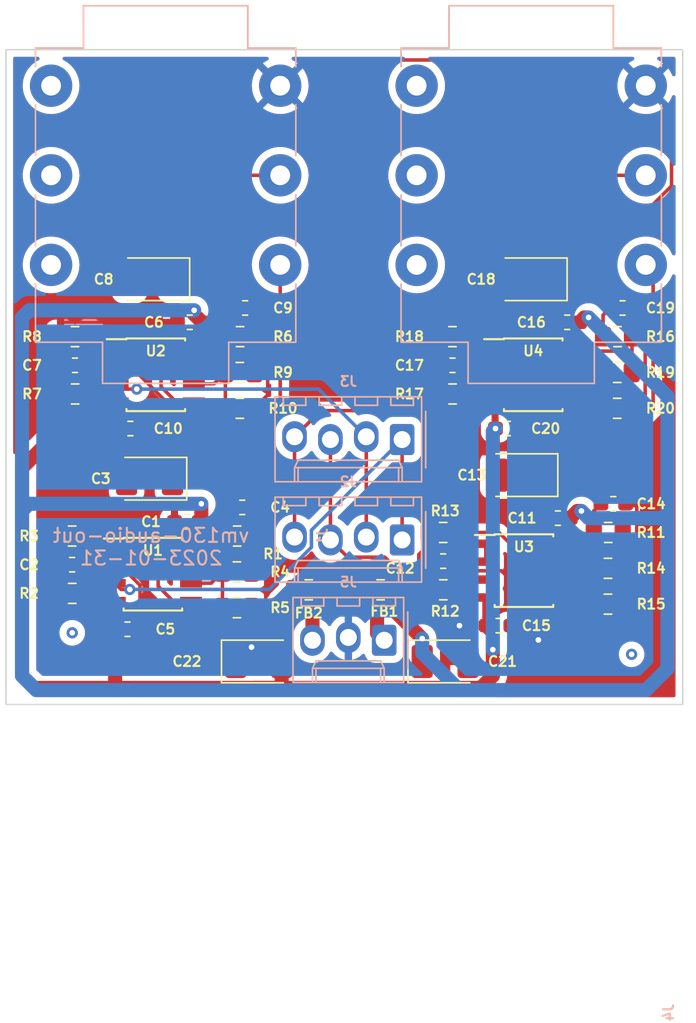
<source format=kicad_pcb>
(kicad_pcb (version 20211014) (generator pcbnew)
  (layers (0 "F.Cu" signal) (31 "B.Cu" signal) (34 "B.Paste" user) (35 "F.Paste" user) (36 "B.SilkS" user "B.Silkscreen") (37 "F.SilkS" user "F.Silkscreen") (38 "B.Mask" user) (39 "F.Mask" user) (44 "Edge.Cuts" user))
  (net 0 "")
  (net 1 "GND")
  (net 2 "+5V")
  (net 3 "Net-(C2-Pad1)")
  (net 4 "Net-(C2-Pad2)")
  (net 5 "Net-(C3-Pad1)")
  (net 6 "/channel/out")
  (net 7 "-5V")
  (net 8 "Net-(R1-Pad1)")
  (net 9 "Net-(R4-Pad1)")
  (net 10 "Net-(C7-Pad1)")
  (net 11 "Net-(C7-Pad2)")
  (net 12 "Net-(C8-Pad1)")
  (net 13 "/channel1/out")
  (net 14 "Net-(C12-Pad1)")
  (net 15 "Net-(C12-Pad2)")
  (net 16 "Net-(C13-Pad1)")
  (net 17 "/channel2/out")
  (net 18 "Net-(C17-Pad1)")
  (net 19 "Net-(C17-Pad2)")
  (net 20 "Net-(C18-Pad1)")
  (net 21 "/channel3/out")
  (net 22 "Net-(R6-Pad1)")
  (net 23 "Net-(R10-Pad1)")
  (net 24 "Net-(R11-Pad1)")
  (net 25 "Net-(R14-Pad1)")
  (net 26 "Net-(R16-Pad1)")
  (net 27 "Net-(R19-Pad1)")
  (net 28 "Net-(FB1-Pad1)")
  (net 29 "Net-(FB2-Pad1)")
  (net 33 "/in-d")
  (net 34 "/in-c")
  (net 35 "/in-b")
  (net 36 "/in-a")
  (footprint "synkie_footprints:C_0603_1608Metric_Pad1.05x0.95mm_HandSolder" (layer "F.Cu") (at 75.8885 80.608 180)
    (fp_text reference "C7")
    (fp_text value "1u")
  )
  (footprint "synkie_footprints:C_0805_2012Metric_Pad1.15x1.40mm_HandSolder" (layer "F.Cu") (at 87.5815 78.576 180)
    (fp_text reference "R6")
    (fp_text value "75")
  )
  (footprint "synkie_footprints:C_0805_2012Metric_Pad1.15x1.40mm_HandSolder" (layer "F.Cu") (at 87.37648 92.71 180)
    (fp_text reference locked "R1")
    (fp_text value "75")
  )
  (footprint "synkie_footprints:CP_EIA-3528-21_Kemet-B_Pad1.50x2.35mm_HandSolder" (layer "F.Cu") (at 108.112 74.512 180)
    (fp_text reference "C18")
    (fp_text value "100u")
  )
  (footprint "synkie_footprints:CP_EIA-3528-21_Kemet-B_Pad1.50x2.35mm_HandSolder" (layer "F.Cu") (at 102.108 101.6)
    (fp_text reference "C21")
    (fp_text value "CP")
  )
  (footprint "synkie_footprints:SOIC-8_3.9x4.9mm_P1.27mm" (layer "F.Cu") (at 81.40548 95.414)
    (fp_text reference "U1")
    (fp_text value "Opamp_Dual_Generic")
  )
  (footprint "synkie_footprints:C_0805_2012Metric_Pad1.15x1.40mm_HandSolder" (layer "F.Cu") (at 113.642 94.996)
    (fp_text reference "R14")
    (fp_text value "500")
  )
  (footprint "synkie_footprints:C_0805_2012Metric_Pad1.15x1.40mm_HandSolder" (layer "F.Cu") (at 87.35848 97.79)
    (fp_text reference "R5")
    (fp_text value "500")
  )
  (footprint "synkie_footprints:C_0805_2012Metric_Pad1.15x1.40mm_HandSolder" (layer "F.Cu") (at 87.5635 83.656)
    (fp_text reference "R10")
    (fp_text value "500")
  )
  (footprint "synkie_footprints:C_0603_1608Metric_Pad1.05x0.95mm_HandSolder" (layer "F.Cu") (at 83.81148 91.694)
    (fp_text reference "C1")
    (fp_text value "100n")
  )
  (footprint "synkie_footprints:C_0603_1608Metric_Pad1.05x0.95mm_HandSolder" (layer "F.Cu") (at 87.73448 90.678 180)
    (fp_text reference "C4")
    (fp_text value "100n")
  )
  (footprint "synkie_footprints:C_0805_2012Metric_Pad1.15x1.40mm_HandSolder" (layer "F.Cu") (at 102.634 82.64 180)
    (fp_text reference "R17")
    (fp_text value "47k")
  )
  (footprint "synkie_footprints:C_0603_1608Metric_Pad1.05x0.95mm_HandSolder" (layer "F.Cu") (at 84.0165 77.56)
    (fp_text reference "C6")
    (fp_text value "100n")
  )
  (footprint "synkie_footprints:C_0805_2012Metric_Pad1.15x1.40mm_HandSolder" (layer "F.Cu") (at 113.642 97.536)
    (fp_text reference "R15")
    (fp_text value "500")
  )
  (footprint "synkie_footprints:C_0805_2012Metric_Pad1.15x1.40mm_HandSolder" (layer "F.Cu") (at 113.66 92.456 180)
    (fp_text reference "R11")
    (fp_text value "75")
  )
  (footprint "synkie_footprints:CP_EIA-3528-21_Kemet-B_Pad1.50x2.35mm_HandSolder" (layer "F.Cu") (at 88.9 101.6)
    (fp_text reference "C22")
    (fp_text value "CP")
  )
  (footprint "synkie_footprints:C_0603_1608Metric_Pad1.05x0.95mm_HandSolder" (layer "F.Cu") (at 106.548 85.09 180)
    (fp_text reference "C20")
    (fp_text value "100n")
  )
  (footprint "synkie_footprints:SOIC-8_3.9x4.9mm_P1.27mm" (layer "F.Cu") (at 107.689 95.16)
    (fp_text reference "U3")
    (fp_text value "Opamp_Dual_Generic")
  )
  (footprint "synkie_footprints:C_0603_1608Metric_Pad1.05x0.95mm_HandSolder" (layer "F.Cu") (at 110.095 91.44)
    (fp_text reference "C11")
    (fp_text value "100n")
  )
  (footprint "synkie_footprints:C_0805_2012Metric_Pad1.15x1.40mm_HandSolder" (layer "F.Cu") (at 114.3 83.656)
    (fp_text reference "R20")
    (fp_text value "500")
  )
  (footprint "synkie_footprints:C_0603_1608Metric_Pad1.05x0.95mm_HandSolder" (layer "F.Cu") (at 110.753 77.56)
    (fp_text reference "C16")
    (fp_text value "100n")
  )
  (footprint "synkie_footprints:C_0805_2012Metric_Pad1.15x1.40mm_HandSolder" (layer "F.Cu") (at 75.68348 92.71 180)
    (fp_text reference "R3")
    (fp_text value "10k")
  )
  (footprint "synkie_footprints:C_0603_1608Metric_Pad1.05x0.95mm_HandSolder" (layer "F.Cu") (at 87.9395 76.544 180)
    (fp_text reference "C9")
    (fp_text value "100n")
  )
  (footprint "synkie_footprints:C_0805_2012Metric_Pad1.15x1.40mm_HandSolder" (layer "F.Cu") (at 87.35848 95.25)
    (fp_text reference "R4")
    (fp_text value "500")
  )
  (footprint "synkie_footprints:C_0603_1608Metric_Pad1.05x0.95mm_HandSolder" (layer "F.Cu") (at 79.8115 85.09 180)
    (fp_text reference "C10")
    (fp_text value "100n")
  )
  (footprint "synkie_footprints:C_0603_1608Metric_Pad1.05x0.95mm_HandSolder" (layer "F.Cu") (at 75.68348 94.742 180)
    (fp_text reference "C2")
    (fp_text value "1u")
  )
  (footprint "synkie_footprints:C_0603_1608Metric_Pad1.05x0.95mm_HandSolder" (layer "F.Cu") (at 102.625 80.608 180)
    (fp_text reference "C17")
    (fp_text value "1u")
  )
  (footprint "synkie_footprints:C_0805_2012Metric_Pad1.15x1.40mm_HandSolder" (layer "F.Cu") (at 102.625 78.576 180)
    (fp_text reference "R18")
    (fp_text value "10k")
  )
  (footprint "synkie_footprints:SOIC-8_3.9x4.9mm_P1.27mm" (layer "F.Cu") (at 81.6105 81.28)
    (fp_text reference "U2")
    (fp_text value "Opamp_Dual_Generic")
  )
  (footprint "synkie_footprints:L_0805_2012Metric_Pad1.15x1.40mm_HandSolder" (layer "F.Cu") (at 92.447 96.52 180)
    (fp_text reference "FB2")
    (fp_text value "FerriteBead")
  )
  (footprint "synkie_footprints:CP_EIA-3528-21_Kemet-B_Pad1.50x2.35mm_HandSolder" (layer "F.Cu") (at 81.17048 88.646 180)
    (fp_text reference "C3")
    (fp_text value "100u")
  )
  (footprint "synkie_footprints:C_0805_2012Metric_Pad1.15x1.40mm_HandSolder" (layer "F.Cu") (at 87.5635 81.116)
    (fp_text reference "R9")
    (fp_text value "500")
  )
  (footprint "synkie_footprints:C_0805_2012Metric_Pad1.15x1.40mm_HandSolder" (layer "F.Cu") (at 75.8975 82.64 180)
    (fp_text reference "R7")
    (fp_text value "47k")
  )
  (footprint "synkie_footprints:C_0805_2012Metric_Pad1.15x1.40mm_HandSolder" (layer "F.Cu") (at 101.976 96.52 180)
    (fp_text reference "R12")
    (fp_text value "47k")
  )
  (footprint "synkie_footprints:C_0805_2012Metric_Pad1.15x1.40mm_HandSolder" (layer "F.Cu") (at 75.8885 78.576 180)
    (fp_text reference "R8")
    (fp_text value "10k")
  )
  (footprint "synkie_footprints:CP_EIA-3528-21_Kemet-B_Pad1.50x2.35mm_HandSolder" (layer "F.Cu") (at 81.3755 74.512 180)
    (fp_text reference "C8")
    (fp_text value "100u")
  )
  (footprint "synkie_footprints:C_0603_1608Metric_Pad1.05x0.95mm_HandSolder" (layer "F.Cu") (at 79.60648 99.314 180)
    (fp_text reference "C5")
    (fp_text value "100n")
  )
  (footprint "synkie_footprints:CP_EIA-3528-21_Kemet-B_Pad1.50x2.35mm_HandSolder" (layer "F.Cu") (at 107.454 88.392 180)
    (fp_text reference "C13")
    (fp_text value "100u")
  )
  (footprint "synkie_footprints:C_0603_1608Metric_Pad1.05x0.95mm_HandSolder" (layer "F.Cu") (at 114.018 90.424 180)
    (fp_text reference "C14")
    (fp_text value "100n")
  )
  (footprint "synkie_footprints:C_0805_2012Metric_Pad1.15x1.40mm_HandSolder" (layer "F.Cu") (at 75.69248 96.774 180)
    (fp_text reference "R2")
    (fp_text value "47k")
  )
  (footprint "synkie_footprints:C_0805_2012Metric_Pad1.15x1.40mm_HandSolder" (layer "F.Cu") (at 114.3 81.116)
    (fp_text reference "R19")
    (fp_text value "500")
  )
  (footprint "synkie_footprints:C_0603_1608Metric_Pad1.05x0.95mm_HandSolder" (layer "F.Cu") (at 101.967 94.488 180)
    (fp_text reference "C12")
    (fp_text value "1u")
  )
  (footprint "synkie_footprints:L_0805_2012Metric_Pad1.15x1.40mm_HandSolder" (layer "F.Cu") (at 97.536 96.52)
    (fp_text reference "FB1")
    (fp_text value "FerriteBead")
  )
  (footprint "synkie_footprints:SOIC-8_3.9x4.9mm_P1.27mm" (layer "F.Cu") (at 108.347 81.28)
    (fp_text reference "U4")
    (fp_text value "Opamp_Dual_Generic")
  )
  (footprint "synkie_footprints:C_0805_2012Metric_Pad1.15x1.40mm_HandSolder" (layer "F.Cu") (at 114.318 78.576 180)
    (fp_text reference "R16")
    (fp_text value "75")
  )
  (footprint "synkie_footprints:C_0603_1608Metric_Pad1.05x0.95mm_HandSolder" (layer "F.Cu") (at 105.89 99.06 180)
    (fp_text reference "C15")
    (fp_text value "100n")
  )
  (footprint "synkie_footprints:C_0805_2012Metric_Pad1.15x1.40mm_HandSolder" (layer "F.Cu") (at 101.967 92.456 180)
    (fp_text reference "R13")
    (fp_text value "10k")
  )
  (footprint "synkie_footprints:C_0603_1608Metric_Pad1.05x0.95mm_HandSolder" (layer "F.Cu") (at 114.676 76.544 180)
    (fp_text reference "C19")
    (fp_text value "100n")
  )
  (footprint "synkie_footprints:Molex_KK-254_AE-6410-03A_1x03_P2.54mm_Vertical" (layer "B.Cu") (at 97.79 100.096 180)
    (fp_text reference "J5")
    (fp_text value "Conn_01x03")
  )
  (footprint "Connector_Audio:Jack_6.35mm_Neutrik_NMJ6HCD3_Horizontal" (layer "B.Cu") (at 116.319 73.491 90)
    (fp_text reference "J4")
    (fp_text value "AudioJack3_Switch")
  )
  (footprint "synkie_footprints:Molex_KK-254_AE-6410-04A_1x04_P2.54mm_Vertical" (layer "B.Cu") (at 99.06 92.984 180)
    (fp_text reference "J2")
    (fp_text value "Conn_01x04")
  )
  (footprint "synkie_footprints:Molex_KK-254_AE-6410-04A_1x04_P2.54mm_Vertical" (layer "B.Cu") (at 99.06 85.872 180)
    (fp_text reference "J3")
    (fp_text value "Conn_01x04")
  )
  (footprint "Connector_Audio:Jack_6.35mm_Neutrik_NMJ6HCD3_Horizontal" (layer "B.Cu") (at 90.424 73.491 90)
    (fp_text reference "J1")
    (fp_text value "AudioJack3_Switch")
  )
  (gr_rect (start 71 58.236) (end 118.936 104.648) (layer "Edge.Cuts") (width 0.1) (fill none))
  (gr_text "vm130-audio-out\n2023-01-31" (at 81.28 93.472) (layer "B.SilkS") (effects (font (size 1 1)) (justify mirror)))
  (via (at 75.692 99.568) (size 0.8) (drill 0.4) (layers "F.Cu" "B.Cu") (net 0))
  (via (at 115.316 101.092) (size 0.8) (drill 0.4) (layers "F.Cu" "B.Cu") (net 0))
  (segment (start 115.551 76.544) (end 116.276789 77.269789) (width 0.25) (layer "F.Cu") (net 1))
  (segment (start 107.618511 84.894489) (end 107.423 85.09) (width 0.25) (layer "F.Cu") (net 1))
  (segment (start 92.248511 58.966489) (end 114.494489 58.966489) (width 0.25) (layer "F.Cu") (net 1))
  (segment (start 74.65848 91.11802) (end 74.65848 91.96552) (width 0.25) (layer "F.Cu") (net 1))
  (segment (start 90.424 60.791) (end 92.248511 58.966489) (width 0.25) (layer "F.Cu") (net 1))
  (segment (start 77.280978 95.74948) (end 77.605969 95.424489) (width 0.25) (layer "F.Cu") (net 1))
  (segment (start 101.609 82.64) (end 102.63352 81.61548) (width 0.25) (layer "F.Cu") (net 1))
  (segment (start 100.951 96.52) (end 100.24248 95.81148) (width 0.25) (layer "F.Cu") (net 1))
  (segment (start 88.60948 90.678) (end 84.54548 86.614) (width 0.25) (layer "F.Cu") (net 1))
  (segment (start 114.893 90.424) (end 110.829 86.36) (width 0.25) (layer "F.Cu") (net 1))
  (segment (start 115.551 76.544) (end 111.487 72.48) (width 0.25) (layer "F.Cu") (net 1))
  (segment (start 88.8145 76.544) (end 84.7505 72.48) (width 0.25) (layer "F.Cu") (net 1))
  (segment (start 114.086511 84.894489) (end 115.325 83.656) (width 0.25) (layer "F.Cu") (net 1))
  (segment (start 103.564498 95.49548) (end 103.889489 95.170489) (width 0.25) (layer "F.Cu") (net 1))
  (segment (start 82.381592 83.226408) (end 83.835704 84.68052) (width 0.25) (layer "F.Cu") (net 1))
  (segment (start 87.275 99.669) (end 87.275 101.6) (width 0.25) (layer "F.Cu") (net 1))
  (segment (start 73.65148 92.71) (end 73.65148 96.774) (width 0.25) (layer "F.Cu") (net 1))
  (segment (start 100.593 78.576) (end 100.593 82.64) (width 0.25) (layer "F.Cu") (net 1))
  (segment (start 73.8565 78.576) (end 73.8565 82.64) (width 0.25) (layer "F.Cu") (net 1))
  (segment (start 106.765 99.06) (end 108.712 99.06) (width 0.25) (layer "F.Cu") (net 1))
  (segment (start 88.38348 99.314) (end 88.38348 97.79) (width 0.25) (layer "F.Cu") (net 1))
  (segment (start 114.667 99.06) (end 114.667 97.536) (width 0.25) (layer "F.Cu") (net 1))
  (segment (start 74.65848 91.703) (end 74.65848 91.96552) (width 0.25) (layer "F.Cu") (net 1))
  (segment (start 89.39948 97.79) (end 88.38348 97.79) (width 0.25) (layer "F.Cu") (net 1))
  (segment (start 115.683 97.536) (end 114.667 97.536) (width 0.25) (layer "F.Cu") (net 1))
  (segment (start 80.6865 85.09) (end 82.381592 83.394908) (width 0.25) (layer "F.Cu") (net 1))
  (segment (start 100.24248 95.81148) (end 100.24248 94.017704) (width 0.25) (layer "F.Cu") (net 1))
  (segment (start 100.942 88.542) (end 100.942 91.798) (width 0.25) (layer "F.Cu") (net 1))
  (segment (start 77.485998 81.61548) (end 77.810989 81.290489) (width 0.25) (layer "F.Cu") (net 1))
  (segment (start 75.692 95.74948) (end 77.280978 95.74948) (width 0.25) (layer "F.Cu") (net 1))
  (segment (start 110.350511 84.894489) (end 107.618511 84.894489) (width 0.25) (layer "F.Cu") (net 1))
  (segment (start 89.39948 90.678) (end 89.39948 97.79) (width 0.25) (layer "F.Cu") (net 1))
  (segment (start 115.683 90.424) (end 115.683 97.536) (width 0.25) (layer "F.Cu") (net 1))
  (segment (start 83.835704 84.68052) (end 87.56398 84.68052) (width 0.25) (layer "F.Cu") (net 1))
  (segment (start 82.92796 91.68548) (end 81.28 91.68548) (width 0.25) (layer "F.Cu") (net 1))
  (segment (start 109.21148 91.43148) (end 107.56352 91.43148) (width 0.25) (layer "F.Cu") (net 1))
  (segment (start 109.86948 77.55148) (end 108.22152 77.55148) (width 0.25) (layer "F.Cu") (net 1))
  (segment (start 83.13298 77.55148) (end 81.48502 77.55148) (width 0.25) (layer "F.Cu") (net 1))
  (segment (start 107.423 85.09) (end 105.645 86.868) (width 0.25) (layer "F.Cu") (net 1))
  (segment (start 87.56398 84.68052) (end 88.5885 83.656) (width 0.25) (layer "F.Cu") (net 1))
  (segment (start 100.24248 94.017704) (end 100.942 93.318184) (width 0.25) (layer "F.Cu") (net 1))
  (segment (start 108.712 99.06) (end 114.667 99.06) (width 0.25) (layer "F.Cu") (net 1))
  (segment (start 105.645 86.868) (end 102.616 86.868) (width 0.25) (layer "F.Cu") (net 1))
  (segment (start 103.889489 95.170489) (end 106.088511 95.170489) (width 0.25) (layer "F.Cu") (net 1))
  (segment (start 110.350511 84.894489) (end 114.086511 84.894489) (width 0.25) (layer "F.Cu") (net 1))
  (segment (start 88.60948 90.678) (end 89.39948 90.678) (width 0.25) (layer "F.Cu") (net 1))
  (segment (start 114.893 90.424) (end 115.683 90.424) (width 0.25) (layer "F.Cu") (net 1))
  (segment (start 73.65148 96.774) (end 74.66748 96.774) (width 0.25) (layer "F.Cu") (net 1))
  (segment (start 100.593 82.64) (end 101.609 82.64) (width 0.25) (layer "F.Cu") (net 1))
  (segment (start 73.8565 82.64) (end 74.8725 82.64) (width 0.25) (layer "F.Cu") (net 1))
  (segment (start 80.6865 85.09) (end 74.65848 91.11802) (width 0.25) (layer "F.Cu") (net 1))
  (segment (start 106.746511 81.290489) (end 110.350511 84.894489) (width 0.25) (layer "F.Cu") (net 1))
  (segment (start 80.494756 99.300724) (end 80.48148 99.314) (width 0.25) (layer "F.Cu") (net 1))
  (segment (start 100.951 96.52) (end 101.97552 95.49548) (width 0.25) (layer "F.Cu") (net 1))
  (segment (start 104.547489 81.290489) (end 106.746511 81.290489) (width 0.25) (layer "F.Cu") (net 1))
  (segment (start 114.494489 58.966489) (end 116.319 60.791) (width 0.25) (layer "F.Cu") (net 1))
  (segment (start 75.89702 81.61548) (end 77.485998 81.61548) (width 0.25) (layer "F.Cu") (net 1))
  (segment (start 89.540289 77.269789) (end 89.540289 82.704211) (width 0.25) (layer "F.Cu") (net 1))
  (segment (start 113.560249 72.48) (end 111.487 72.48) (width 0.25) (layer "F.Cu") (net 1))
  (segment (start 100.942 91.449) (end 100.942 91.798) (width 0.25) (layer "F.Cu") (net 1))
  (segment (start 80.445673 81.290489) (end 82.381592 83.226408) (width 0.25) (layer "F.Cu") (net 1))
  (segment (start 102.616 86.868) (end 100.942 88.542) (width 0.25) (layer "F.Cu") (net 1))
  (segment (start 81.28 87.923987) (end 81.28 91.68548) (width 0.25) (layer "F.Cu") (net 1))
  (segment (start 107.56352 87.669987) (end 107.56352 91.43148) (width 0.25) (layer "F.Cu") (net 1))
  (segment (start 108.22152 73.789987) (end 108.22152 77.55148) (width 0.25) (layer "F.Cu") (net 1))
  (segment (start 81.48502 73.789987) (end 81.48502 77.55148) (width 0.25) (layer "F.Cu") (net 1))
  (segment (start 102.63352 81.61548) (end 104.222498 81.61548) (width 0.25) (layer "F.Cu") (net 1))
  (segment (start 89.540289 82.704211) (end 88.5885 83.656) (width 0.25) (layer "F.Cu") (net 1))
  (segment (start 103.124 99.06) (end 103.124 100.991) (width 0.25) (layer "F.Cu") (net 1))
  (segment (start 82.93648 91.694) (end 82.92796 91.68548) (width 0.25) (layer "F.Cu") (net 1))
  (segment (start 109.22 91.44) (end 109.21148 91.43148) (width 0.25) (layer "F.Cu") (net 1))
  (segment (start 109.878 77.56) (end 109.86948 77.55148) (width 0.25) (layer "F.Cu") (net 1))
  (segment (start 83.1415 77.56) (end 83.13298 77.55148) (width 0.25) (layer "F.Cu") (net 1))
  (segment (start 101.97552 95.49548) (end 103.564498 95.49548) (width 0.25) (layer "F.Cu") (net 1))
  (segment (start 74.66748 96.774) (end 75.692 95.74948) (width 0.25) (layer "F.Cu") (net 1))
  (segment (start 82.589987 86.614) (end 81.28 87.923987) (width 0.25) (layer "F.Cu") (net 1))
  (segment (start 108.873507 86.36) (end 107.56352 87.669987) (width 0.25) (layer "F.Cu") (net 1))
  (segment (start 109.531507 72.48) (end 108.22152 73.789987) (width 0.25) (layer "F.Cu") (net 1))
  (segment (start 82.795007 72.48) (end 81.48502 73.789987) (width 0.25) (layer "F.Cu") (net 1))
  (segment (start 74.65848 91.96552) (end 74.65848 92.71) (width 0.25) (layer "F.Cu") (net 1))
  (segment (start 106.088511 95.170489) (end 106.765 95.846978) (width 0.25) (layer "F.Cu") (net 1))
  (segment (start 104.222498 81.61548) (end 104.547489 81.290489) (width 0.25) (layer "F.Cu") (net 1))
  (segment (start 80.494756 96.194084) (end 80.494756 99.300724) (width 0.25) (layer "F.Cu") (net 1))
  (segment (start 88.291 100.584) (end 87.275 101.6) (width 0.25) (layer "F.Cu") (net 1))
  (segment (start 116.276789 77.269789) (end 116.276789 82.704211) (width 0.25) (layer "F.Cu") (net 1))
  (segment (start 87.63 99.314) (end 87.275 99.669) (width 0.25) (layer "F.Cu") (net 1))
  (segment (start 74.676 91.68548) (end 74.65848 91.703) (width 0.25) (layer "F.Cu") (net 1))
  (segment (start 100.95952 91.43148) (end 100.942 91.449) (width 0.25) (layer "F.Cu") (net 1))
  (segment (start 101.61752 77.55148) (end 101.6 77.569) (width 0.25) (layer "F.Cu") (net 1))
  (segment (start 74.88102 77.55148) (end 74.8635 77.569) (width 0.25) (layer "F.Cu") (net 1))
  (segment (start 100.942 91.798) (end 100.942 92.456) (width 0.25) (layer "F.Cu") (net 1))
  (segment (start 118.143511 67.896738) (end 113.560249 72.48) (width 0.25) (layer "F.Cu") (net 1))
  (segment (start 74.65848 92.71) (end 73.65148 92.71) (width 0.25) (layer "F.Cu") (net 1))
  (segment (start 101.6 78.576) (end 100.593 78.576) (width 0.25) (layer "F.Cu") (net 1))
  (segment (start 74.8635 78.576) (end 73.8565 78.576) (width 0.25) (layer "F.Cu") (net 1))
  (segment (start 77.605969 95.424489) (end 79.725161 95.424489) (width 0.25) (layer "F.Cu") (net 1))
  (segment (start 84.54548 86.614) (end 82.589987 86.614) (width 0.25) (layer "F.Cu") (net 1))
  (segment (start 110.829 86.36) (end 108.873507 86.36) (width 0.25) (layer "F.Cu") (net 1))
  (segment (start 111.487 72.48) (end 109.531507 72.48) (width 0.25) (layer "F.Cu") (net 1))
  (segment (start 84.7505 72.48) (end 82.795007 72.48) (width 0.25) (layer "F.Cu") (net 1))
  (segment (start 106.765 95.846978) (end 106.765 99.06) (width 0.25) (layer "F.Cu") (net 1))
  (segment (start 88.392 100.584) (end 88.291 100.584) (width 0.25) (layer "F.Cu") (net 1))
  (segment (start 118.143511 62.615511) (end 118.143511 67.896738) (width 0.25) (layer "F.Cu") (net 1))
  (segment (start 74.8725 82.64) (end 75.89702 81.61548) (width 0.25) (layer "F.Cu") (net 1))
  (segment (start 116.319 60.791) (end 118.143511 62.615511) (width 0.25) (layer "F.Cu") (net 1))
  (segment (start 82.381592 83.394908) (end 82.381592 83.226408) (width 0.25) (layer "F.Cu") (net 1))
  (segment (start 79.725161 95.424489) (end 80.494756 96.194084) (width 0.25) (layer "F.Cu") (net 1))
  (segment (start 77.810989 81.290489) (end 80.445673 81.290489) (width 0.25) (layer "F.Cu") (net 1))
  (segment (start 80.48148 99.314) (end 87.63 99.314) (width 0.25) (layer "F.Cu") (net 1))
  (segment (start 100.942 93.318184) (end 100.942 92.456) (width 0.25) (layer "F.Cu") (net 1))
  (segment (start 101.6 77.569) (end 101.6 78.576) (width 0.25) (layer "F.Cu") (net 1))
  (segment (start 74.8635 77.569) (end 74.8635 78.576) (width 0.25) (layer "F.Cu") (net 1))
  (segment (start 81.28 91.68548) (end 74.676 91.68548) (width 0.25) (layer "F.Cu") (net 1))
  (segment (start 107.56352 91.43148) (end 100.95952 91.43148) (width 0.25) (layer "F.Cu") (net 1))
  (segment (start 108.22152 77.55148) (end 101.61752 77.55148) (width 0.25) (layer "F.Cu") (net 1))
  (segment (start 81.48502 77.55148) (end 74.88102 77.55148) (width 0.25) (layer "F.Cu") (net 1))
  (segment (start 88.8145 76.544) (end 89.540289 77.269789) (width 0.25) (layer "F.Cu") (net 1))
  (segment (start 108.712 100.076) (end 108.712 99.06) (width 0.25) (layer "F.Cu") (net 1))
  (segment (start 103.124 100.991) (end 103.733 101.6) (width 0.25) (layer "F.Cu") (net 1))
  (segment (start 87.63 99.314) (end 88.38348 99.314) (width 0.25) (layer "F.Cu") (net 1))
  (segment (start 116.276789 82.704211) (end 115.325 83.656) (width 0.25) (layer "F.Cu") (net 1))
  (via (at 108.712 100.076) (size 0.8) (drill 0.4) (layers "F.Cu" "B.Cu") (net 1))
  (via (at 88.392 100.584) (size 0.8) (drill 0.4) (layers "F.Cu" "B.Cu") (net 1))
  (via (at 103.124 99.06) (size 0.8) (drill 0.4) (layers "F.Cu" "B.Cu") (net 1))
  (segment (start 106.68 102.108) (end 108.712 100.076) (width 0.25) (layer "B.Cu") (net 1))
  (segment (start 95.25 98.298) (end 90.678 98.298) (width 0.25) (layer "B.Cu") (net 1))
  (segment (start 102.362 98.298) (end 103.124 99.06) (width 0.25) (layer "B.Cu") (net 1))
  (segment (start 103.124 100.584) (end 104.648 102.108) (width 0.25) (layer "B.Cu") (net 1))
  (segment (start 95.25 99.896) (end 95.25 98.298) (width 0.25) (layer "B.Cu") (net 1))
  (segment (start 95.25 98.298) (end 102.362 98.298) (width 0.25) (layer "B.Cu") (net 1))
  (segment (start 104.648 102.108) (end 106.68 102.108) (width 0.25) (layer "B.Cu") (net 1))
  (segment (start 103.124 99.06) (end 103.124 100.584) (width 0.25) (layer "B.Cu") (net 1))
  (segment (start 90.678 98.298) (end 88.392 100.584) (width 0.25) (layer "B.Cu") (net 1))
  (segment (start 84.328 76.9965) (end 84.8915 77.56) (width 1) (layer "F.Cu") (net 2))
  (segment (start 111.047 78.141) (end 111.628 77.56) (width 0.5) (layer "F.Cu") (net 2))
  (segment (start 111.047 79.375) (end 111.047 78.141) (width 0.5) (layer "F.Cu") (net 2))
  (segment (start 100.483 101.6) (end 100.483 99.976176) (width 1) (layer "F.Cu") (net 2))
  (segment (start 84.10548 92.275) (end 84.68648 91.694) (width 0.5) (layer "F.Cu") (net 2))
  (segment (start 84.3105 78.141) (end 84.8915 77.56) (width 0.5) (layer "F.Cu") (net 2))
  (segment (start 98.561 96.52) (end 98.561 98.054176) (width 1) (layer "F.Cu") (net 2))
  (segment (start 111.76 90.932) (end 111.478 90.932) (width 1) (layer "F.Cu") (net 2))
  (segment (start 98.561 98.054176) (end 100.483 99.976176) (width 1) (layer "F.Cu") (net 2))
  (segment (start 112.268 77.216) (end 111.972 77.216) (width 1) (layer "F.Cu") (net 2))
  (segment (start 111.972 77.216) (end 111.628 77.56) (width 1) (layer "F.Cu") (net 2))
  (segment (start 84.328 76.708) (end 84.328 76.9965) (width 1) (layer "F.Cu") (net 2))
  (segment (start 84.836 90.424) (end 84.836 91.54448) (width 1) (layer "F.Cu") (net 2))
  (segment (start 110.389 92.021) (end 110.97 91.44) (width 0.5) (layer "F.Cu") (net 2))
  (segment (start 84.836 91.54448) (end 84.68648 91.694) (width 1) (layer "F.Cu") (net 2))
  (segment (start 84.10548 93.509) (end 84.10548 92.275) (width 0.5) (layer "F.Cu") (net 2))
  (segment (start 111.478 90.932) (end 110.97 91.44) (width 1) (layer "F.Cu") (net 2))
  (segment (start 84.3105 79.375) (end 84.3105 78.141) (width 0.5) (layer "F.Cu") (net 2))
  (segment (start 110.389 93.255) (end 110.389 92.021) (width 0.5) (layer "F.Cu") (net 2))
  (via (at 84.836 90.424) (size 0.8) (drill 0.4) (layers "F.Cu" "B.Cu") (net 2))
  (via (at 84.328 76.708) (size 0.8) (drill 0.4) (layers "F.Cu" "B.Cu") (net 2))
  (via (at 112.268 77.216) (size 0.8) (drill 0.4) (layers "F.Cu" "B.Cu") (net 2))
  (via (at 100.483 99.976176) (size 0.8) (drill 0.4) (layers "F.Cu" "B.Cu") (net 2))
  (via (at 111.76 90.932) (size 0.8) (drill 0.4) (layers "F.Cu" "B.Cu") (net 2))
  (segment (start 117.856 91.44) (end 117.856 82.804) (width 1) (layer "B.Cu") (net 2))
  (segment (start 72.644 76.708) (end 84.328 76.708) (width 1) (layer "B.Cu") (net 2))
  (segment (start 117.856 91.44) (end 112.268 91.44) (width 1) (layer "B.Cu") (net 2))
  (segment (start 72.136 90.932) (end 72.644 90.424) (width 1) (layer "B.Cu") (net 2))
  (segment (start 117.856 102.108) (end 117.856 91.44) (width 1) (layer "B.Cu") (net 2))
  (segment (start 72.136 90.932) (end 72.136 77.216) (width 1) (layer "B.Cu") (net 2))
  (segment (start 72.136 77.216) (end 72.644 76.708) (width 1) (layer "B.Cu") (net 2))
  (segment (start 116.332 103.632) (end 117.856 102.108) (width 1) (layer "B.Cu") (net 2))
  (segment (start 103.124 103.632) (end 106.68 103.632) (width 1) (layer "B.Cu") (net 2))
  (segment (start 117.856 82.804) (end 112.268 77.216) (width 1) (layer "B.Cu") (net 2))
  (segment (start 72.644 90.424) (end 84.836 90.424) (width 1) (layer "B.Cu") (net 2))
  (segment (start 112.268 91.44) (end 111.76 90.932) (width 1) (layer "B.Cu") (net 2))
  (segment (start 100.483 100.991) (end 103.124 103.632) (width 1) (layer "B.Cu") (net 2))
  (segment (start 100.483 99.976176) (end 100.483 100.991) (width 1) (layer "B.Cu") (net 2))
  (segment (start 106.68 103.632) (end 73.152 103.632) (width 1) (layer "B.Cu") (net 2))
  (segment (start 72.136 102.616) (end 72.136 90.932) (width 1) (layer "B.Cu") (net 2))
  (segment (start 106.68 103.632) (end 116.332 103.632) (width 1) (layer "B.Cu") (net 2))
  (segment (start 73.152 103.632) (end 72.136 102.616) (width 1) (layer "B.Cu") (net 2))
  (segment (start 78.66848 94.742) (end 78.70548 94.779) (width 0.25) (layer "F.Cu") (net 3))
  (segment (start 78.70548 94.779) (end 78.70548 93.509) (width 0.25) (layer "F.Cu") (net 3))
  (segment (start 76.55848 94.742) (end 78.66848 94.742) (width 0.25) (layer "F.Cu") (net 3))
  (segment (start 76.70848 92.71) (end 76.70848 92.842) (width 0.25) (layer "F.Cu") (net 4))
  (segment (start 79.630502 92.71) (end 81.77948 94.858978) (width 0.25) (layer "F.Cu") (net 4))
  (segment (start 76.70848 92.71) (end 79.630502 92.71) (width 0.25) (layer "F.Cu") (net 4))
  (segment (start 76.70848 92.842) (end 74.80848 94.742) (width 0.25) (layer "F.Cu") (net 4))
  (segment (start 81.77948 96.266) (end 82.83248 97.319) (width 0.25) (layer "F.Cu") (net 4))
  (segment (start 81.77948 94.858978) (end 81.77948 96.266) (width 0.25) (layer "F.Cu") (net 4))
  (segment (start 82.83248 97.319) (end 84.10548 97.319) (width 0.25) (layer "F.Cu") (net 4))
  (segment (start 82.79548 88.646) (end 84.82748 88.646) (width 0.25) (layer "F.Cu") (net 5))
  (segment (start 86.35148 92.71) (end 86.35148 91.186) (width 0.25) (layer "F.Cu") (net 5))
  (segment (start 84.82748 88.646) (end 86.85948 90.678) (width 0.25) (layer "F.Cu") (net 5))
  (segment (start 86.35148 91.186) (end 86.85948 90.678) (width 0.25) (layer "F.Cu") (net 5))
  (segment (start 90.424 83.407993) (end 90.424 73.491) (width 0.25) (layer "F.Cu") (net 6))
  (segment (start 88.701962 85.130031) (end 90.424 83.407993) (width 0.25) (layer "F.Cu") (net 6))
  (segment (start 79.54548 88.646) (end 83.061449 85.130031) (width 0.25) (layer "F.Cu") (net 6))
  (segment (start 83.061449 85.130031) (end 88.701962 85.130031) (width 0.25) (layer "F.Cu") (net 6))
  (segment (start 104.989 99.034) (end 105.015 99.06) (width 0.5) (layer "F.Cu") (net 7))
  (segment (start 78.70548 97.319) (end 78.70548 99.288) (width 0.5) (layer "F.Cu") (net 7))
  (segment (start 78.74 103.632) (end 78.73148 103.62348) (width 1) (layer "F.Cu") (net 7))
  (segment (start 80.264 103.632) (end 80.10652 103.47452) (width 1) (layer "F.Cu") (net 7))
  (segment (start 104.989 97.065) (end 104.989 99.034) (width 0.5) (layer "F.Cu") (net 7))
  (segment (start 105.015 99.06) (end 105.484823 99.529823) (width 1) (layer "F.Cu") (net 7))
  (segment (start 72.99452 103.47452) (end 72.136 102.616) (width 1) (layer "F.Cu") (net 7))
  (segment (start 91.422 96.52) (end 90.525 97.417) (width 1) (layer "F.Cu") (net 7))
  (segment (start 78.73148 103.62348) (end 78.73148 99.314) (width 1) (layer "F.Cu") (net 7))
  (segment (start 105.484823 99.529823) (end 105.484823 100.763177) (width 1) (layer "F.Cu") (net 7))
  (segment (start 78.9105 83.185) (end 78.9105 85.064) (width 0.5) (layer "F.Cu") (net 7))
  (segment (start 105.484823 102.616) (end 105.484823 100.763177) (width 1) (layer "F.Cu") (net 7))
  (segment (start 105.647 85.064) (end 105.673 85.09) (width 0.5) (layer "F.Cu") (net 7))
  (segment (start 88.65048 103.47452) (end 104.626303 103.47452) (width 1) (layer "F.Cu") (net 7))
  (segment (start 104.626303 103.47452) (end 105.484823 102.616) (width 1) (layer "F.Cu") (net 7))
  (segment (start 88.65048 103.47452) (end 80.10652 103.47452) (width 1) (layer "F.Cu") (net 7))
  (segment (start 74.93 85.09) (end 78.9365 85.09) (width 1) (layer "F.Cu") (net 7))
  (segment (start 90.525 101.6) (end 90.525 103.47452) (width 1) (layer "F.Cu") (net 7))
  (segment (start 90.525 103.47452) (end 88.65048 103.47452) (width 1) (layer "F.Cu") (net 7))
  (segment (start 80.10652 103.47452) (end 72.99452 103.47452) (width 1) (layer "F.Cu") (net 7))
  (segment (start 72.136 87.884) (end 74.93 85.09) (width 1) (layer "F.Cu") (net 7))
  (segment (start 78.9105 85.064) (end 78.9365 85.09) (width 0.5) (layer "F.Cu") (net 7))
  (segment (start 78.70548 99.288) (end 78.73148 99.314) (width 0.5) (layer "F.Cu") (net 7))
  (segment (start 105.647 83.185) (end 105.647 85.064) (width 0.5) (layer "F.Cu") (net 7))
  (segment (start 72.136 102.616) (end 72.136 87.884) (width 1) (layer "F.Cu") (net 7))
  (segment (start 90.525 97.417) (end 90.525 101.6) (width 1) (layer "F.Cu") (net 7))
  (via (at 105.484823 100.763177) (size 0.8) (drill 0.4) (layers "F.Cu" "B.Cu") (net 7))
  (via (at 105.673 85.09) (size 0.8) (drill 0.4) (layers "F.Cu" "B.Cu") (net 7))
  (segment (start 105.484823 100.763177) (end 105.484823 85.278177) (width 1) (layer "B.Cu") (net 7))
  (segment (start 105.484823 85.278177) (end 105.673 85.09) (width 1) (layer "B.Cu") (net 7))
  (segment (start 88.40148 95.232) (end 88.38348 95.25) (width 0.25) (layer "F.Cu") (net 8))
  (segment (start 88.40148 92.71) (end 88.40148 95.232) (width 0.25) (layer "F.Cu") (net 8))
  (segment (start 84.10548 94.779) (end 84.58048 94.779) (width 0.25) (layer "F.Cu") (net 8))
  (segment (start 88.37496 93.73452) (end 88.38348 93.74304) (width 0.25) (layer "F.Cu") (net 8))
  (segment (start 84.58048 94.779) (end 85.62496 93.73452) (width 0.25) (layer "F.Cu") (net 8))
  (segment (start 85.62496 93.73452) (end 88.37496 93.73452) (width 0.25) (layer "F.Cu") (net 8))
  (segment (start 88.38348 93.74304) (end 88.38348 95.25) (width 0.25) (layer "F.Cu") (net 8))
  (segment (start 84.10548 96.049) (end 85.53448 96.049) (width 0.25) (layer "F.Cu") (net 9))
  (segment (start 86.33348 95.25) (end 86.33348 97.79) (width 0.25) (layer "F.Cu") (net 9))
  (segment (start 85.53448 96.049) (end 86.33348 95.25) (width 0.25) (layer "F.Cu") (net 9))
  (segment (start 78.8735 80.608) (end 78.9105 80.645) (width 0.25) (layer "F.Cu") (net 10))
  (segment (start 78.9105 80.645) (end 78.9105 79.375) (width 0.25) (layer "F.Cu") (net 10))
  (segment (start 76.7635 80.608) (end 78.8735 80.608) (width 0.25) (layer "F.Cu") (net 10))
  (segment (start 76.9135 78.576) (end 76.9135 78.708) (width 0.25) (layer "F.Cu") (net 11))
  (segment (start 79.835522 78.576) (end 81.9845 80.724978) (width 0.25) (layer "F.Cu") (net 11))
  (segment (start 76.9135 78.576) (end 79.835522 78.576) (width 0.25) (layer "F.Cu") (net 11))
  (segment (start 76.9135 78.708) (end 75.0135 80.608) (width 0.25) (layer "F.Cu") (net 11))
  (segment (start 81.9845 82.132) (end 83.0375 83.185) (width 0.25) (layer "F.Cu") (net 11))
  (segment (start 81.9845 80.724978) (end 81.9845 82.132) (width 0.25) (layer "F.Cu") (net 11))
  (segment (start 83.0375 83.185) (end 84.3105 83.185) (width 0.25) (layer "F.Cu") (net 11))
  (segment (start 83.0005 74.512) (end 85.0325 74.512) (width 0.25) (layer "F.Cu") (net 12))
  (segment (start 86.5565 78.576) (end 86.5565 77.052) (width 0.25) (layer "F.Cu") (net 12))
  (segment (start 85.0325 74.512) (end 87.0645 76.544) (width 0.25) (layer "F.Cu") (net 12))
  (segment (start 86.5565 77.052) (end 87.0645 76.544) (width 0.25) (layer "F.Cu") (net 12))
  (segment (start 79.7505 74.512) (end 79.7505 69.6015) (width 0.25) (layer "F.Cu") (net 13))
  (segment (start 82.211 67.141) (end 90.424 67.141) (width 0.25) (layer "F.Cu") (net 13))
  (segment (start 79.7505 69.6015) (end 82.211 67.141) (width 0.25) (layer "F.Cu") (net 13))
  (segment (start 104.952 94.488) (end 104.989 94.525) (width 0.25) (layer "F.Cu") (net 14))
  (segment (start 104.989 94.525) (end 104.989 93.255) (width 0.25) (layer "F.Cu") (net 14))
  (segment (start 102.842 94.488) (end 104.952 94.488) (width 0.25) (layer "F.Cu") (net 14))
  (segment (start 102.992 92.456) (end 102.992 92.588) (width 0.25) (layer "F.Cu") (net 15))
  (segment (start 105.914022 92.456) (end 108.063 94.604978) (width 0.25) (layer "F.Cu") (net 15))
  (segment (start 102.992 92.456) (end 105.914022 92.456) (width 0.25) (layer "F.Cu") (net 15))
  (segment (start 102.992 92.588) (end 101.092 94.488) (width 0.25) (layer "F.Cu") (net 15))
  (segment (start 108.063 96.012) (end 109.116 97.065) (width 0.25) (layer "F.Cu") (net 15))
  (segment (start 108.063 94.604978) (end 108.063 96.012) (width 0.25) (layer "F.Cu") (net 15))
  (segment (start 109.116 97.065) (end 110.389 97.065) (width 0.25) (layer "F.Cu") (net 15))
  (segment (start 109.079 88.392) (end 111.111 88.392) (width 0.25) (layer "F.Cu") (net 16))
  (segment (start 112.635 92.456) (end 112.635 90.932) (width 0.25) (layer "F.Cu") (net 16))
  (segment (start 111.111 88.392) (end 113.143 90.424) (width 0.25) (layer "F.Cu") (net 16))
  (segment (start 112.635 90.932) (end 113.143 90.424) (width 0.25) (layer "F.Cu") (net 16))
  (segment (start 105.829 88.392) (end 108.877 85.344) (width 0.25) (layer "F.Cu") (net 17))
  (segment (start 116.84 74.012) (end 116.319 73.491) (width 0.25) (layer "F.Cu") (net 17))
  (segment (start 108.877 85.344) (end 115.224493 85.344) (width 0.25) (layer "F.Cu") (net 17))
  (segment (start 115.224493 85.344) (end 116.84 83.728493) (width 0.25) (layer "F.Cu") (net 17))
  (segment (start 116.84 83.728493) (end 116.84 74.012) (width 0.25) (layer "F.Cu") (net 17))
  (segment (start 105.61 80.608) (end 105.647 80.645) (width 0.25) (layer "F.Cu") (net 18))
  (segment (start 105.647 80.645) (end 105.647 79.375) (width 0.25) (layer "F.Cu") (net 18))
  (segment (start 103.5 80.608) (end 105.61 80.608) (width 0.25) (layer "F.Cu") (net 18))
  (segment (start 103.65 78.576) (end 103.65 78.708) (width 0.25) (layer "F.Cu") (net 19))
  (segment (start 106.572022 78.576) (end 108.721 80.724978) (width 0.25) (layer "F.Cu") (net 19))
  (segment (start 103.65 78.576) (end 106.572022 78.576) (width 0.25) (layer "F.Cu") (net 19))
  (segment (start 103.65 78.708) (end 101.75 80.608) (width 0.25) (layer "F.Cu") (net 19))
  (segment (start 108.721 82.132) (end 109.774 83.185) (width 0.25) (layer "F.Cu") (net 19))
  (segment (start 108.721 80.724978) (end 108.721 82.132) (width 0.25) (layer "F.Cu") (net 19))
  (segment (start 109.774 83.185) (end 111.047 83.185) (width 0.25) (layer "F.Cu") (net 19))
  (segment (start 109.737 74.512) (end 111.769 74.512) (width 0.25) (layer "F.Cu") (net 20))
  (segment (start 113.293 78.576) (end 113.293 77.052) (width 0.25) (layer "F.Cu") (net 20))
  (segment (start 111.769 74.512) (end 113.801 76.544) (width 0.25) (layer "F.Cu") (net 20))
  (segment (start 113.293 77.052) (end 113.801 76.544) (width 0.25) (layer "F.Cu") (net 20))
  (segment (start 106.487 74.512) (end 106.68 74.319) (width 0.25) (layer "F.Cu") (net 21))
  (segment (start 106.68 72.136) (end 111.675 67.141) (width 0.25) (layer "F.Cu") (net 21))
  (segment (start 111.675 67.141) (end 116.319 67.141) (width 0.25) (layer "F.Cu") (net 21))
  (segment (start 106.68 74.319) (end 106.68 72.136) (width 0.25) (layer "F.Cu") (net 21))
  (segment (start 88.6065 81.098) (end 88.5885 81.116) (width 0.25) (layer "F.Cu") (net 22))
  (segment (start 88.6065 78.576) (end 88.6065 81.098) (width 0.25) (layer "F.Cu") (net 22))
  (segment (start 84.3105 80.645) (end 84.7855 80.645) (width 0.25) (layer "F.Cu") (net 22))
  (segment (start 88.57998 79.60052) (end 88.5885 79.60904) (width 0.25) (layer "F.Cu") (net 22))
  (segment (start 84.7855 80.645) (end 85.82998 79.60052) (width 0.25) (layer "F.Cu") (net 22))
  (segment (start 85.82998 79.60052) (end 88.57998 79.60052) (width 0.25) (layer "F.Cu") (net 22))
  (segment (start 88.5885 79.60904) (end 88.5885 81.116) (width 0.25) (layer "F.Cu") (net 22))
  (segment (start 84.3105 81.915) (end 85.7395 81.915) (width 0.25) (layer "F.Cu") (net 23))
  (segment (start 86.5385 81.116) (end 86.5385 83.656) (width 0.25) (layer "F.Cu") (net 23))
  (segment (start 85.7395 81.915) (end 86.5385 81.116) (width 0.25) (layer "F.Cu") (net 23))
  (segment (start 114.685 94.978) (end 114.667 94.996) (width 0.25) (layer "F.Cu") (net 24))
  (segment (start 114.685 92.456) (end 114.685 94.978) (width 0.25) (layer "F.Cu") (net 24))
  (segment (start 110.389 94.525) (end 110.864 94.525) (width 0.25) (layer "F.Cu") (net 24))
  (segment (start 114.65848 93.48052) (end 114.667 93.48904) (width 0.25) (layer "F.Cu") (net 24))
  (segment (start 110.864 94.525) (end 111.90848 93.48052) (width 0.25) (layer "F.Cu") (net 24))
  (segment (start 111.90848 93.48052) (end 114.65848 93.48052) (width 0.25) (layer "F.Cu") (net 24))
  (segment (start 114.667 93.48904) (end 114.667 94.996) (width 0.25) (layer "F.Cu") (net 24))
  (segment (start 110.389 95.795) (end 111.818 95.795) (width 0.25) (layer "F.Cu") (net 25))
  (segment (start 112.617 94.996) (end 112.617 97.536) (width 0.25) (layer "F.Cu") (net 25))
  (segment (start 111.818 95.795) (end 112.617 94.996) (width 0.25) (layer "F.Cu") (net 25))
  (segment (start 115.343 81.098) (end 115.325 81.116) (width 0.25) (layer "F.Cu") (net 26))
  (segment (start 115.343 78.576) (end 115.343 81.098) (width 0.25) (layer "F.Cu") (net 26))
  (segment (start 111.047 80.645) (end 111.522 80.645) (width 0.25) (layer "F.Cu") (net 26))
  (segment (start 115.31648 79.60052) (end 115.325 79.60904) (width 0.25) (layer "F.Cu") (net 26))
  (segment (start 111.522 80.645) (end 112.56648 79.60052) (width 0.25) (layer "F.Cu") (net 26))
  (segment (start 112.56648 79.60052) (end 115.31648 79.60052) (width 0.25) (layer "F.Cu") (net 26))
  (segment (start 115.325 79.60904) (end 115.325 81.116) (width 0.25) (layer "F.Cu") (net 26))
  (segment (start 111.047 81.915) (end 112.476 81.915) (width 0.25) (layer "F.Cu") (net 27))
  (segment (start 113.275 81.116) (end 113.275 83.656) (width 0.25) (layer "F.Cu") (net 27))
  (segment (start 112.476 81.915) (end 113.275 81.116) (width 0.25) (layer "F.Cu") (net 27))
  (segment (start 97.28648 99.59248) (end 97.28648 97.29548) (width 1) (layer "F.Cu") (net 28))
  (segment (start 97.79 100.096) (end 97.28648 99.59248) (width 1) (layer "F.Cu") (net 28))
  (segment (start 97.28648 97.29548) (end 96.511 96.52) (width 1) (layer "F.Cu") (net 28))
  (segment (start 92.71 97.282) (end 93.472 96.52) (width 1) (layer "F.Cu") (net 29))
  (segment (start 92.71 100.096) (end 92.71 97.282) (width 1) (layer "F.Cu") (net 29))
  (segment (start 91.44 92.784) (end 91.44 85.672) (width 0.25) (layer "F.Cu") (net 33))
  (segment (start 102.479 83.82) (end 93.292 83.82) (width 0.25) (layer "F.Cu") (net 33))
  (segment (start 105.172 81.915) (end 104.447 82.64) (width 0.25) (layer "F.Cu") (net 33))
  (segment (start 103.659 82.64) (end 102.479 83.82) (width 0.25) (layer "F.Cu") (net 33))
  (segment (start 93.292 83.82) (end 91.44 85.672) (width 0.25) (layer "F.Cu") (net 33))
  (segment (start 105.647 81.915) (end 105.172 81.915) (width 0.25) (layer "F.Cu") (net 33))
  (segment (start 104.447 82.64) (end 103.659 82.64) (width 0.25) (layer "F.Cu") (net 33))
  (segment (start 103.001 96.52) (end 101.97648 97.54452) (width 0.25) (layer "F.Cu") (net 34))
  (segment (start 104.514 95.795) (end 103.789 96.52) (width 0.25) (layer "F.Cu") (net 34))
  (segment (start 95.20452 94.20852) (end 93.98 92.984) (width 0.25) (layer "F.Cu") (net 34))
  (segment (start 100.388027 97.54452) (end 99.46052 96.617013) (width 0.25) (layer "F.Cu") (net 34))
  (segment (start 101.97648 97.54452) (end 100.388027 97.54452) (width 0.25) (layer "F.Cu") (net 34))
  (segment (start 93.98 92.984) (end 93.98 85.872) (width 0.25) (layer "F.Cu") (net 34))
  (segment (start 99.46052 95.832027) (end 97.837013 94.20852) (width 0.25) (layer "F.Cu") (net 34))
  (segment (start 97.837013 94.20852) (end 95.20452 94.20852) (width 0.25) (layer "F.Cu") (net 34))
  (segment (start 99.46052 96.617013) (end 99.46052 95.832027) (width 0.25) (layer "F.Cu") (net 34))
  (segment (start 104.989 95.795) (end 104.514 95.795) (width 0.25) (layer "F.Cu") (net 34))
  (segment (start 103.789 96.52) (end 103.001 96.52) (width 0.25) (layer "F.Cu") (net 34))
  (segment (start 80.264 82.296) (end 79.2915 82.296) (width 0.25) (layer "F.Cu") (net 35))
  (segment (start 96.52 85.672) (end 96.52 92.784) (width 0.25) (layer "F.Cu") (net 35))
  (segment (start 78.4355 81.915) (end 77.7105 82.64) (width 0.25) (layer "F.Cu") (net 35))
  (segment (start 79.2915 82.296) (end 78.9105 81.915) (width 0.25) (layer "F.Cu") (net 35))
  (segment (start 78.9105 81.915) (end 78.4355 81.915) (width 0.25) (layer "F.Cu") (net 35))
  (segment (start 77.7105 82.64) (end 76.9225 82.64) (width 0.25) (layer "F.Cu") (net 35))
  (via (at 80.264 82.296) (size 0.8) (drill 0.4) (layers "F.Cu" "B.Cu") (net 35))
  (segment (start 96.52 85.672) (end 93.144 82.296) (width 0.25) (layer "B.Cu") (net 35))
  (segment (start 93.144 82.296) (end 80.264 82.296) (width 0.25) (layer "B.Cu") (net 35))
  (segment (start 79.770255 96.494183) (end 79.150663 96.494183) (width 0.25) (layer "F.Cu") (net 36))
  (segment (start 78.23048 96.049) (end 77.50548 96.774) (width 0.25) (layer "F.Cu") (net 36))
  (segment (start 99.06 85.872) (end 99.06 92.984) (width 0.25) (layer "F.Cu") (net 36))
  (segment (start 79.150663 96.494183) (end 78.70548 96.049) (width 0.25) (layer "F.Cu") (net 36))
  (segment (start 78.70548 96.049) (end 78.23048 96.049) (width 0.25) (layer "F.Cu") (net 36))
  (segment (start 77.50548 96.774) (end 76.71748 96.774) (width 0.25) (layer "F.Cu") (net 36))
  (via (at 79.770255 96.494183) (size 0.8) (drill 0.4) (layers "F.Cu" "B.Cu") (net 36))
  (segment (start 99.06 85.872) (end 92.63452 92.29748) (width 0.25) (layer "B.Cu") (net 36))
  (segment (start 92.63452 92.29748) (end 92.63452 93.508786) (width 0.25) (layer "B.Cu") (net 36))
  (segment (start 89.649123 96.494183) (end 79.770255 96.494183) (width 0.25) (layer "B.Cu") (net 36))
  (segment (start 92.63452 93.508786) (end 89.649123 96.494183) (width 0.25) (layer "B.Cu") (net 36))
  (zone (net 1) (net_name "GND") (layers F&B.Cu) (connect_pads (clearance 0.508)) (min_thickness 0.254) (fill yes (thermal_gap 0.508) (thermal_bridge_width 0.508))
    (polygon (pts (xy 119.888 105.664) (xy 70.612 105.664) (xy 70.612 57.404) (xy 119.888 57.404)))
  )
)
</source>
